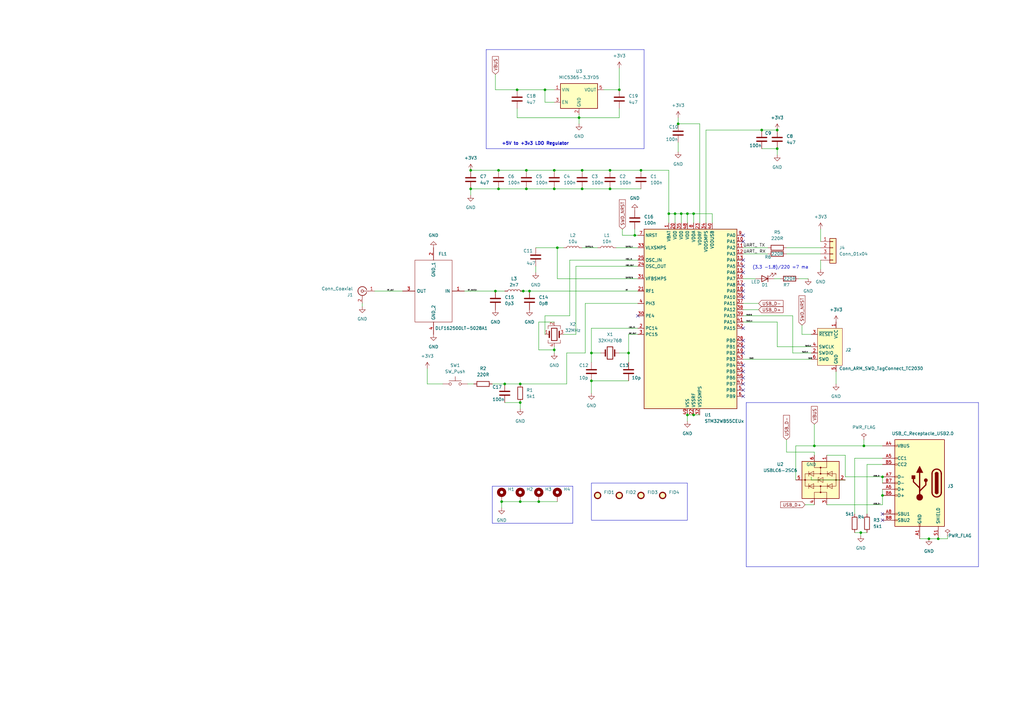
<source format=kicad_sch>
(kicad_sch (version 20230121) (generator eeschema)
  (paper "A3")
  (lib_symbols
    (symbol "Connector:Conn_ARM_SWD_TagConnect_TC2030" (in_bom no)
      (property "Reference" "J" (at 2.54 11.43 0))
      (property "Value" "Conn_ARM_SWD_TagConnect_TC2030" (at 5.08 8.89 0))
      (symbol "Conn_ARM_SWD_TagConnect_TC2030_0_0"
        (pin power_in line (at -2.54 10.16 270) (length 2.54) (name "VCC") (number "1"))
        (pin bidirectional line (at 7.62 -2.54 180) (length 2.54) (name "SWDIO") (number "2"))
        (pin open_collector line (at 7.62 5.08 180) (length 2.54) (name "~{RESET}") (number "3"))
        (pin output line (at 7.62 0 180) (length 2.54) (name "SWCLK") (number "4"))
        (pin power_in line (at -2.54 -10.16 90) (length 2.54) (name "GND") (number "5"))
        (pin input line (at 7.62 -5.08 180) (length 2.54) (name "SWO") (number "6"))
      )
      (symbol "Conn_ARM_SWD_TagConnect_TC2030_0_1"
        (rectangle (start -5.08 7.62) (end 5.08 -7.62) (fill (type background)))
      )
    )
    (symbol "Connector:Conn_Coaxial" (pin_names (offset 1.016) hide)
      (property "Reference" "J" (at 0.254 3.048 0))
      (property "Value" "Conn_Coaxial" (at 2.921 0 90))
      (symbol "Conn_Coaxial_0_1"
        (arc (start -1.778 -0.508) (mid 0.2311 -1.8066) (end 1.778 0) (stroke (width 0.254)))
        (polyline (pts (xy -2.54 0) (xy -0.508 0)))
        (polyline (pts (xy 0 -2.54) (xy 0 -1.778)))
        (circle (center 0 0) (radius 0.508) (stroke (width 0.2032)))
        (arc (start 1.778 0) (mid 0.2099 1.8101) (end -1.778 0.508) (stroke (width 0.254)))
      )
      (symbol "Conn_Coaxial_1_1"
        (pin passive line (at -5.08 0 0) (length 2.54) (name "In") (number "1"))
        (pin passive line (at 0 -5.08 90) (length 2.54) (name "Ext") (number "2"))
      )
    )
    (symbol "Connector:USB_C_Receptacle_USB2.0" (pin_names (offset 1.016))
      (property "Reference" "J" (at -10.16 19.05 0))
      (property "Value" "USB_C_Receptacle_USB2.0" (at 19.05 19.05 0))
      (symbol "USB_C_Receptacle_USB2.0_0_0"
        (rectangle (start -0.254 -17.78) (end 0.254 -16.764))
        (rectangle (start 10.16 -14.986) (end 9.144 -15.494))
        (rectangle (start 10.16 -12.446) (end 9.144 -12.954))
        (rectangle (start 10.16 -4.826) (end 9.144 -5.334))
        (rectangle (start 10.16 -2.286) (end 9.144 -2.794))
        (rectangle (start 10.16 0.254) (end 9.144 -0.254))
        (rectangle (start 10.16 2.794) (end 9.144 2.286))
        (rectangle (start 10.16 7.874) (end 9.144 7.366))
        (rectangle (start 10.16 10.414) (end 9.144 9.906))
        (rectangle (start 10.16 15.494) (end 9.144 14.986))
      )
      (symbol "USB_C_Receptacle_USB2.0_0_1"
        (rectangle (start -10.16 17.78) (end 10.16 -17.78) (stroke (width 0.254)) (fill (type background)))
        (arc (start -8.89 -3.81) (mid -6.985 -5.7067) (end -5.08 -3.81) (stroke (width 0.508)))
        (arc (start -7.62 -3.81) (mid -6.985 -4.4423) (end -6.35 -3.81) (stroke (width 0.254)))
        (arc (start -7.62 -3.81) (mid -6.985 -4.4423) (end -6.35 -3.81) (stroke (width 0.254)) (fill (type outline)))
        (rectangle (start -7.62 -3.81) (end -6.35 3.81) (stroke (width 0.254)) (fill (type outline)))
        (arc (start -6.35 3.81) (mid -6.985 4.4423) (end -7.62 3.81) (stroke (width 0.254)))
        (arc (start -6.35 3.81) (mid -6.985 4.4423) (end -7.62 3.81) (stroke (width 0.254)) (fill (type outline)))
        (arc (start -5.08 3.81) (mid -6.985 5.7067) (end -8.89 3.81) (stroke (width 0.508)))
        (circle (center -2.54 1.143) (radius 0.635) (stroke (width 0.254)) (fill (type outline)))
        (circle (center 0 -5.842) (radius 1.27) (fill (type outline)))
        (polyline (pts (xy -8.89 -3.81) (xy -8.89 3.81)) (stroke (width 0.508)))
        (polyline (pts (xy -5.08 3.81) (xy -5.08 -3.81)) (stroke (width 0.508)))
        (polyline (pts (xy 0 -5.842) (xy 0 4.318)) (stroke (width 0.508)))
        (polyline (pts (xy 0 -3.302) (xy -2.54 -0.762) (xy -2.54 0.508)) (stroke (width 0.508)))
        (polyline (pts (xy 0 -2.032) (xy 2.54 0.508) (xy 2.54 1.778)) (stroke (width 0.508)))
        (polyline (pts (xy -1.27 4.318) (xy 0 6.858) (xy 1.27 4.318) (xy -1.27 4.318)) (stroke (width 0.254)) (fill (type outline)))
        (rectangle (start 1.905 1.778) (end 3.175 3.048) (stroke (width 0.254)) (fill (type outline)))
      )
      (symbol "USB_C_Receptacle_USB2.0_1_1"
        (pin passive line (at 0 -22.86 90) (length 5.08) (name "GND") (number "A1"))
        (pin passive line (at 0 -22.86 90) (length 5.08) hide (name "GND") (number "A12"))
        (pin passive line (at 15.24 15.24 180) (length 5.08) (name "VBUS") (number "A4"))
        (pin bidirectional line (at 15.24 10.16 180) (length 5.08) (name "CC1") (number "A5"))
        (pin bidirectional line (at 15.24 -2.54 180) (length 5.08) (name "D+") (number "A6"))
        (pin bidirectional line (at 15.24 2.54 180) (length 5.08) (name "D-") (number "A7"))
        (pin bidirectional line (at 15.24 -12.7 180) (length 5.08) (name "SBU1") (number "A8"))
        (pin passive line (at 15.24 15.24 180) (length 5.08) hide (name "VBUS") (number "A9"))
        (pin passive line (at 0 -22.86 90) (length 5.08) hide (name "GND") (number "B1"))
        (pin passive line (at 0 -22.86 90) (length 5.08) hide (name "GND") (number "B12"))
        (pin passive line (at 15.24 15.24 180) (length 5.08) hide (name "VBUS") (number "B4"))
        (pin bidirectional line (at 15.24 7.62 180) (length 5.08) (name "CC2") (number "B5"))
        (pin bidirectional line (at 15.24 -5.08 180) (length 5.08) (name "D+") (number "B6"))
        (pin bidirectional line (at 15.24 0 180) (length 5.08) (name "D-") (number "B7"))
        (pin bidirectional line (at 15.24 -15.24 180) (length 5.08) (name "SBU2") (number "B8"))
        (pin passive line (at 15.24 15.24 180) (length 5.08) hide (name "VBUS") (number "B9"))
        (pin passive line (at -7.62 -22.86 90) (length 5.08) (name "SHIELD") (number "S1"))
      )
    )
    (symbol "Connector_Generic:Conn_01x04" (pin_names (offset 1.016) hide)
      (property "Reference" "J" (at 0 5.08 0))
      (property "Value" "Conn_01x04" (at 0 -7.62 0))
      (symbol "Conn_01x04_1_1"
        (rectangle (start -1.27 -4.953) (end 0 -5.207) (stroke (width 0.1524)))
        (rectangle (start -1.27 -2.413) (end 0 -2.667) (stroke (width 0.1524)))
        (rectangle (start -1.27 0.127) (end 0 -0.127) (stroke (width 0.1524)))
        (rectangle (start -1.27 2.667) (end 0 2.413) (stroke (width 0.1524)))
        (rectangle (start -1.27 3.81) (end 1.27 -6.35) (stroke (width 0.254)) (fill (type background)))
        (pin passive line (at -5.08 2.54 0) (length 3.81) (name "Pin_1") (number "1"))
        (pin passive line (at -5.08 0 0) (length 3.81) (name "Pin_2") (number "2"))
        (pin passive line (at -5.08 -2.54 0) (length 3.81) (name "Pin_3") (number "3"))
        (pin passive line (at -5.08 -5.08 0) (length 3.81) (name "Pin_4") (number "4"))
      )
    )
    (symbol "DLF162500LT-5028A1:DLF162500LT-5028A1" (pin_names (offset 0.762))
      (property "Reference" "FL" (at 21.59 17.78 0))
      (property "Value" "DLF162500LT-5028A1" (at 21.59 15.24 0))
      (symbol "DLF162500LT-5028A1_0_0"
        (pin passive line (at 0 0 0) (length 5.08) (name "IN") (number "1"))
        (pin passive line (at 12.7 -17.78 90) (length 5.08) (name "GND_1") (number "2"))
        (pin passive line (at 25.4 0 180) (length 5.08) (name "OUT") (number "3"))
        (pin passive line (at 12.7 17.78 270) (length 5.08) (name "GND_2") (number "4"))
      )
      (symbol "DLF162500LT-5028A1_0_1"
        (polyline (pts (xy 5.08 12.7) (xy 20.32 12.7) (xy 20.32 -12.7) (xy 5.08 -12.7) (xy 5.08 12.7)) (stroke (width 0.1524)))
      )
    )
    (symbol "Device:C" (pin_numbers hide) (pin_names (offset 0.254))
      (property "Reference" "C" (at 0.635 2.54 0))
      (property "Value" "C" (at 0.635 -2.54 0))
      (symbol "C_0_1"
        (polyline (pts (xy -2.032 -0.762) (xy 2.032 -0.762)) (stroke (width 0.508)))
        (polyline (pts (xy -2.032 0.762) (xy 2.032 0.762)) (stroke (width 0.508)))
      )
      (symbol "C_1_1"
        (pin passive line (at 0 3.81 270) (length 2.794) (name "~") (number "1"))
        (pin passive line (at 0 -3.81 90) (length 2.794) (name "~") (number "2"))
      )
    )
    (symbol "Device:Crystal" (pin_numbers hide) (pin_names (offset 1.016) hide)
      (property "Reference" "Y" (at 0 3.81 0))
      (property "Value" "Crystal" (at 0 -3.81 0))
      (symbol "Crystal_0_1"
        (rectangle (start -1.143 2.54) (end 1.143 -2.54) (stroke (width 0.3048)))
        (polyline (pts (xy -2.54 0) (xy -1.905 0)))
        (polyline (pts (xy -1.905 -1.27) (xy -1.905 1.27)) (stroke (width 0.508)))
        (polyline (pts (xy 1.905 -1.27) (xy 1.905 1.27)) (stroke (width 0.508)))
        (polyline (pts (xy 2.54 0) (xy 1.905 0)))
      )
      (symbol "Crystal_1_1"
        (pin passive line (at -3.81 0 0) (length 1.27) (name "1") (number "1"))
        (pin passive line (at 3.81 0 180) (length 1.27) (name "2") (number "2"))
      )
    )
    (symbol "Device:Crystal_GND24" (pin_names (offset 1.016) hide)
      (property "Reference" "Y" (at 3.175 5.08 0))
      (property "Value" "Crystal_GND24" (at 3.175 3.175 0))
      (symbol "Crystal_GND24_0_1"
        (rectangle (start -1.143 2.54) (end 1.143 -2.54) (stroke (width 0.3048)))
        (polyline (pts (xy -2.54 0) (xy -2.032 0)))
        (polyline (pts (xy -2.032 -1.27) (xy -2.032 1.27)) (stroke (width 0.508)))
        (polyline (pts (xy 0 -3.81) (xy 0 -3.556)))
        (polyline (pts (xy 0 3.556) (xy 0 3.81)))
        (polyline (pts (xy 2.032 -1.27) (xy 2.032 1.27)) (stroke (width 0.508)))
        (polyline (pts (xy 2.032 0) (xy 2.54 0)))
        (polyline (pts (xy -2.54 -2.286) (xy -2.54 -3.556) (xy 2.54 -3.556) (xy 2.54 -2.286)))
        (polyline (pts (xy -2.54 2.286) (xy -2.54 3.556) (xy 2.54 3.556) (xy 2.54 2.286)))
      )
      (symbol "Crystal_GND24_1_1"
        (pin passive line (at -3.81 0 0) (length 1.27) (name "1") (number "1"))
        (pin passive line (at 0 5.08 270) (length 1.27) (name "2") (number "2"))
        (pin passive line (at 3.81 0 180) (length 1.27) (name "3") (number "3"))
        (pin passive line (at 0 -5.08 90) (length 1.27) (name "4") (number "4"))
      )
    )
    (symbol "Device:L" (pin_numbers hide) (pin_names (offset 1.016) hide)
      (property "Reference" "L" (at -1.27 0 90))
      (property "Value" "L" (at 1.905 0 90))
      (symbol "L_0_1"
        (arc (start 0 -2.54) (mid 0.6323 -1.905) (end 0 -1.27))
        (arc (start 0 -1.27) (mid 0.6323 -0.635) (end 0 0))
        (arc (start 0 0) (mid 0.6323 0.635) (end 0 1.27))
        (arc (start 0 1.27) (mid 0.6323 1.905) (end 0 2.54))
      )
      (symbol "L_1_1"
        (pin passive line (at 0 3.81 270) (length 1.27) (name "1") (number "1"))
        (pin passive line (at 0 -3.81 90) (length 1.27) (name "2") (number "2"))
      )
    )
    (symbol "Device:LED" (pin_numbers hide) (pin_names (offset 1.016) hide)
      (property "Reference" "D" (at 0 2.54 0))
      (property "Value" "LED" (at 0 -2.54 0))
      (symbol "LED_0_1"
        (polyline (pts (xy -1.27 -1.27) (xy -1.27 1.27)) (stroke (width 0.254)))
        (polyline (pts (xy -1.27 0) (xy 1.27 0)))
        (polyline (pts (xy 1.27 -1.27) (xy 1.27 1.27) (xy -1.27 0) (xy 1.27 -1.27)) (stroke (width 0.254)))
        (polyline (pts (xy -3.048 -0.762) (xy -4.572 -2.286) (xy -3.81 -2.286) (xy -4.572 -2.286) (xy -4.572 -1.524)))
        (polyline (pts (xy -1.778 -0.762) (xy -3.302 -2.286) (xy -2.54 -2.286) (xy -3.302 -2.286) (xy -3.302 -1.524)))
      )
      (symbol "LED_1_1"
        (pin passive line (at -3.81 0 0) (length 2.54) (name "K") (number "1"))
        (pin passive line (at 3.81 0 180) (length 2.54) (name "A") (number "2"))
      )
    )
    (symbol "Device:R" (pin_numbers hide) (pin_names (offset 0))
      (property "Reference" "R" (at 2.032 0 90))
      (property "Value" "R" (at 0 0 90))
      (symbol "R_0_1"
        (rectangle (start -1.016 -2.54) (end 1.016 2.54) (stroke (width 0.254)))
      )
      (symbol "R_1_1"
        (pin passive line (at 0 3.81 270) (length 1.27) (name "~") (number "1"))
        (pin passive line (at 0 -3.81 90) (length 1.27) (name "~") (number "2"))
      )
    )
    (symbol "MCU_ST_STM32WB:STM32WB55CEUx"
      (property "Reference" "U" (at -17.78 39.37 0))
      (property "Value" "STM32WB55CEUx" (at 12.7 39.37 0))
      (symbol "STM32WB55CEUx_0_1"
        (rectangle (start -17.78 -35.56) (end 20.32 38.1) (stroke (width 0.254)) (fill (type background)))
      )
      (symbol "STM32WB55CEUx_1_1"
        (pin power_in line (at -7.62 40.64 270) (length 2.54) (name "VBAT") (number "1"))
        (pin bidirectional line (at 22.86 33.02 180) (length 2.54) (name "PA1") (number "10"))
        (pin bidirectional line (at 22.86 30.48 180) (length 2.54) (name "PA2") (number "11"))
        (pin bidirectional line (at 22.86 27.94 180) (length 2.54) (name "PA3") (number "12"))
        (pin bidirectional line (at 22.86 25.4 180) (length 2.54) (name "PA4") (number "13"))
        (pin bidirectional line (at 22.86 22.86 180) (length 2.54) (name "PA5") (number "14"))
        (pin bidirectional line (at 22.86 20.32 180) (length 2.54) (name "PA6") (number "15"))
        (pin bidirectional line (at 22.86 17.78 180) (length 2.54) (name "PA7") (number "16"))
        (pin bidirectional line (at 22.86 15.24 180) (length 2.54) (name "PA8") (number "17"))
        (pin bidirectional line (at 22.86 12.7 180) (length 2.54) (name "PA9") (number "18"))
        (pin bidirectional line (at 22.86 -12.7 180) (length 2.54) (name "PB2") (number "19"))
        (pin bidirectional line (at -20.32 -2.54 0) (length 2.54) (name "PC14") (number "2"))
        (pin power_in line (at -5.08 40.64 270) (length 2.54) (name "VDD") (number "20"))
        (pin bidirectional line (at -20.32 12.7 0) (length 2.54) (name "RF1") (number "21"))
        (pin power_in line (at 2.54 -38.1 90) (length 2.54) (name "VSSRF") (number "22"))
        (pin power_in line (at 5.08 40.64 270) (length 2.54) (name "VDDRF") (number "23"))
        (pin input line (at -20.32 22.86 0) (length 2.54) (name "OSC_OUT") (number "24"))
        (pin input line (at -20.32 25.4 0) (length 2.54) (name "OSC_IN") (number "25"))
        (pin no_connect line (at -17.78 -35.56 0) (length 2.54) hide (name "AT0") (number "26"))
        (pin no_connect line (at -17.78 -33.02 0) (length 2.54) hide (name "AT1") (number "27"))
        (pin bidirectional line (at 22.86 -7.62 180) (length 2.54) (name "PB0") (number "28"))
        (pin bidirectional line (at 22.86 -10.16 180) (length 2.54) (name "PB1") (number "29"))
        (pin bidirectional line (at -20.32 -5.08 0) (length 2.54) (name "PC15") (number "3"))
        (pin bidirectional line (at -20.32 2.54 0) (length 2.54) (name "PE4") (number "30"))
        (pin input line (at -20.32 17.78 0) (length 2.54) (name "VFBSMPS") (number "31"))
        (pin power_in line (at 5.08 -38.1 90) (length 2.54) (name "VSSSMPS") (number "32"))
        (pin power_in line (at -20.32 30.48 0) (length 2.54) (name "VLXSMPS") (number "33"))
        (pin power_in line (at 7.62 40.64 270) (length 2.54) (name "VDDSMPS") (number "34"))
        (pin power_in line (at -2.54 40.64 270) (length 2.54) (name "VDD") (number "35"))
        (pin bidirectional line (at 22.86 10.16 180) (length 2.54) (name "PA10") (number "36"))
        (pin bidirectional line (at 22.86 7.62 180) (length 2.54) (name "PA11") (number "37"))
        (pin bidirectional line (at 22.86 5.08 180) (length 2.54) (name "PA12") (number "38"))
        (pin bidirectional line (at 22.86 2.54 180) (length 2.54) (name "PA13") (number "39"))
        (pin bidirectional line (at -20.32 7.62 0) (length 2.54) (name "PH3") (number "4"))
        (pin power_in line (at 10.16 40.64 270) (length 2.54) (name "VDDUSB") (number "40"))
        (pin bidirectional line (at 22.86 0 180) (length 2.54) (name "PA14") (number "41"))
        (pin bidirectional line (at 22.86 -2.54 180) (length 2.54) (name "PA15") (number "42"))
        (pin bidirectional line (at 22.86 -15.24 180) (length 2.54) (name "PB3") (number "43"))
        (pin bidirectional line (at 22.86 -17.78 180) (length 2.54) (name "PB4") (number "44"))
        (pin bidirectional line (at 22.86 -20.32 180) (length 2.54) (name "PB5") (number "45"))
        (pin bidirectional line (at 22.86 -22.86 180) (length 2.54) (name "PB6") (number "46"))
        (pin bidirectional line (at 22.86 -25.4 180) (length 2.54) (name "PB7") (number "47"))
        (pin power_in line (at 0 40.64 270) (length 2.54) (name "VDD") (number "48"))
        (pin power_in line (at 0 -38.1 90) (length 2.54) (name "VSS") (number "49"))
        (pin bidirectional line (at 22.86 -27.94 180) (length 2.54) (name "PB8") (number "5"))
        (pin bidirectional line (at 22.86 -30.48 180) (length 2.54) (name "PB9") (number "6"))
        (pin input line (at -20.32 35.56 0) (length 2.54) (name "NRST") (number "7"))
        (pin power_in line (at 2.54 40.64 270) (length 2.54) (name "VDDA") (number "8"))
        (pin bidirectional line (at 22.86 35.56 180) (length 2.54) (name "PA0") (number "9"))
      )
    )
    (symbol "Mechanical:Fiducial"
      (property "Reference" "FID" (at 0 5.08 0))
      (property "Value" "Fiducial" (at 0 3.175 0))
      (symbol "Fiducial_0_1"
        (circle (center 0 0) (radius 1.27) (stroke (width 0.508)) (fill (type background)))
      )
    )
    (symbol "Mechanical:MountingHole_Pad" (pin_numbers hide) (pin_names (offset 1.016) hide)
      (property "Reference" "H" (at 0 6.35 0))
      (property "Value" "MountingHole_Pad" (at 0 4.445 0))
      (symbol "MountingHole_Pad_0_1"
        (circle (center 0 1.27) (radius 1.27) (stroke (width 1.27)))
      )
      (symbol "MountingHole_Pad_1_1"
        (pin input line (at 0 -2.54 90) (length 2.54) (name "1") (number "1"))
      )
    )
    (symbol "Power_Protection:USBLC6-2SC6" (pin_names hide)
      (property "Reference" "U" (at 2.54 8.89 0))
      (property "Value" "USBLC6-2SC6" (at 2.54 -8.89 0))
      (symbol "USBLC6-2SC6_0_1"
        (rectangle (start -7.62 -7.62) (end 7.62 7.62) (stroke (width 0.254)) (fill (type background)))
        (circle (center -5.08 0) (radius 0.254) (fill (type outline)))
        (circle (center -2.54 0) (radius 0.254) (fill (type outline)))
        (rectangle (start -2.54 6.35) (end 2.54 -6.35))
        (circle (center 0 -6.35) (radius 0.254) (fill (type outline)))
        (polyline (pts (xy -5.08 -2.54) (xy -7.62 -2.54)))
        (polyline (pts (xy -5.08 0) (xy -5.08 -2.54)))
        (polyline (pts (xy -5.08 2.54) (xy -7.62 2.54)))
        (polyline (pts (xy -1.524 -2.794) (xy -3.556 -2.794)))
        (polyline (pts (xy -1.524 4.826) (xy -3.556 4.826)))
        (polyline (pts (xy 0 -7.62) (xy 0 -6.35)))
        (polyline (pts (xy 0 -6.35) (xy 0 1.27)))
        (polyline (pts (xy 0 1.27) (xy 0 6.35)))
        (polyline (pts (xy 0 6.35) (xy 0 7.62)))
        (polyline (pts (xy 1.524 -2.794) (xy 3.556 -2.794)))
        (polyline (pts (xy 1.524 4.826) (xy 3.556 4.826)))
        (polyline (pts (xy 5.08 -2.54) (xy 7.62 -2.54)))
        (polyline (pts (xy 5.08 0) (xy 5.08 -2.54)))
        (polyline (pts (xy 5.08 2.54) (xy 7.62 2.54)))
        (polyline (pts (xy -2.54 0) (xy -5.08 0) (xy -5.08 2.54)))
        (polyline (pts (xy 2.54 0) (xy 5.08 0) (xy 5.08 2.54)))
        (polyline (pts (xy -3.556 -4.826) (xy -1.524 -4.826) (xy -2.54 -2.794) (xy -3.556 -4.826)))
        (polyline (pts (xy -3.556 2.794) (xy -1.524 2.794) (xy -2.54 4.826) (xy -3.556 2.794)))
        (polyline (pts (xy -1.016 -1.016) (xy 1.016 -1.016) (xy 0 1.016) (xy -1.016 -1.016)))
        (polyline (pts (xy 1.016 1.016) (xy 0.762 1.016) (xy -1.016 1.016) (xy -1.016 0.508)))
        (polyline (pts (xy 3.556 -4.826) (xy 1.524 -4.826) (xy 2.54 -2.794) (xy 3.556 -4.826)))
        (polyline (pts (xy 3.556 2.794) (xy 1.524 2.794) (xy 2.54 4.826) (xy 3.556 2.794)))
        (circle (center 0 6.35) (radius 0.254) (fill (type outline)))
        (circle (center 2.54 0) (radius 0.254) (fill (type outline)))
        (circle (center 5.08 0) (radius 0.254) (fill (type outline)))
      )
      (symbol "USBLC6-2SC6_1_1"
        (pin passive line (at -10.16 -2.54 0) (length 2.54) (name "I/O1") (number "1"))
        (pin passive line (at 0 -10.16 90) (length 2.54) (name "GND") (number "2"))
        (pin passive line (at 10.16 -2.54 180) (length 2.54) (name "I/O2") (number "3"))
        (pin passive line (at 10.16 2.54 180) (length 2.54) (name "I/O2") (number "4"))
        (pin passive line (at 0 10.16 270) (length 2.54) (name "VBUS") (number "5"))
        (pin passive line (at -10.16 2.54 0) (length 2.54) (name "I/O1") (number "6"))
      )
    )
    (symbol "Regulator_Linear:MIC5365-3.3YD5"
      (property "Reference" "U" (at -7.62 6.35 0))
      (property "Value" "MIC5365-3.3YD5" (at 0 6.35 0))
      (symbol "MIC5365-3.3YD5_0_1"
        (rectangle (start -7.62 -5.08) (end 7.62 5.08) (stroke (width 0.254)) (fill (type background)))
      )
      (symbol "MIC5365-3.3YD5_1_1"
        (pin power_in line (at -10.16 2.54 0) (length 2.54) (name "VIN") (number "1"))
        (pin power_in line (at 0 -7.62 90) (length 2.54) (name "GND") (number "2"))
        (pin input line (at -10.16 -2.54 0) (length 2.54) (name "EN") (number "3"))
        (pin no_connect line (at 7.62 -2.54 180) (length 2.54) hide (name "NC") (number "4"))
        (pin power_out line (at 10.16 2.54 180) (length 2.54) (name "VOUT") (number "5"))
      )
    )
    (symbol "Switch:SW_Push" (pin_numbers hide) (pin_names (offset 1.016) hide)
      (property "Reference" "SW" (at 1.27 2.54 0))
      (property "Value" "SW_Push" (at 0 -1.524 0))
      (symbol "SW_Push_0_1"
        (circle (center -2.032 0) (radius 0.508))
        (polyline (pts (xy 0 1.27) (xy 0 3.048)))
        (polyline (pts (xy 2.54 1.27) (xy -2.54 1.27)))
        (circle (center 2.032 0) (radius 0.508))
        (pin passive line (at -5.08 0 0) (length 2.54) (name "1") (number "1"))
        (pin passive line (at 5.08 0 180) (length 2.54) (name "2") (number "2"))
      )
    )
    (symbol "power:+3V3" (power) (pin_names (offset 0))
      (property "Value" "+3V3" (at 0 3.556 0))
      (symbol "+3V3_0_1"
        (polyline (pts (xy -0.762 1.27) (xy 0 2.54)))
        (polyline (pts (xy 0 0) (xy 0 2.54)))
        (polyline (pts (xy 0 2.54) (xy 0.762 1.27)))
      )
      (symbol "+3V3_1_1"
        (pin power_in line (at 0 0 90) (length 0) hide (name "+3V3") (number "1"))
      )
    )
    (symbol "power:GND" (power) (pin_names (offset 0))
      (property "Value" "GND" (at 0 -3.81 0))
      (symbol "GND_0_1"
        (polyline (pts (xy 0 0) (xy 0 -1.27) (xy 1.27 -1.27) (xy 0 -2.54) (xy -1.27 -1.27) (xy 0 -1.27)))
      )
      (symbol "GND_1_1"
        (pin power_in line (at 0 0 270) (length 0) hide (name "GND") (number "1"))
      )
    )
    (symbol "power:PWR_FLAG" (power) (pin_numbers hide) (pin_names (offset 0) hide)
      (property "Value" "PWR_FLAG" (at 0 3.81 0))
      (symbol "PWR_FLAG_0_0"
        (pin power_out line (at 0 0 90) (length 0) (name "pwr") (number "1"))
      )
      (symbol "PWR_FLAG_0_1"
        (polyline (pts (xy 0 0) (xy 0 1.27) (xy -1.016 1.905) (xy 0 2.54) (xy 1.016 1.905) (xy 0 1.27)))
      )
    )
  )
  (junction (at 281.94 87.63))
  (junction (at 334.01 182.88))
  (junction (at 284.48 170.18))
  (junction (at 354.33 182.88))
  (junction (at 260.35 96.52))
  (junction (at 242.57 144.78))
  (junction (at 227.33 77.47))
  (junction (at 193.04 69.85))
  (junction (at 361.95 203.2))
  (junction (at 242.57 156.21))
  (junction (at 203.2 119.38))
  (junction (at 237.49 48.26))
  (junction (at 281.94 170.18))
  (junction (at 312.42 53.34))
  (junction (at 227.33 69.85))
  (junction (at 257.81 144.78))
  (junction (at 205.74 205.74))
  (junction (at 250.19 77.47))
  (junction (at 284.48 87.63))
  (junction (at 217.17 119.38))
  (junction (at 215.9 69.85))
  (junction (at 318.77 60.96))
  (junction (at 207.01 157.48))
  (junction (at 238.76 77.47))
  (junction (at 279.4 87.63))
  (junction (at 262.89 69.85))
  (junction (at 381 220.98))
  (junction (at 193.04 77.47))
  (junction (at 215.9 77.47))
  (junction (at 223.52 36.83))
  (junction (at 384.81 220.98))
  (junction (at 212.09 36.83))
  (junction (at 213.36 205.74))
  (junction (at 353.06 218.44))
  (junction (at 238.76 69.85))
  (junction (at 361.95 195.58))
  (junction (at 278.13 50.8))
  (junction (at 274.32 87.63))
  (junction (at 213.36 165.1))
  (junction (at 250.19 69.85))
  (junction (at 227.33 143.51))
  (junction (at 228.6 101.6))
  (junction (at 214.63 119.38))
  (junction (at 204.47 69.85))
  (junction (at 213.36 157.48))
  (junction (at 204.47 77.47))
  (junction (at 318.77 53.34))
  (junction (at 276.86 87.63))
  (junction (at 220.98 205.74))
  (junction (at 254 36.83))
  (no_connect (at 304.8 160.02))
  (no_connect (at 304.8 162.56))
  (no_connect (at 304.8 119.38))
  (no_connect (at 304.8 152.4))
  (no_connect (at 304.8 144.78))
  (no_connect (at 304.8 154.94))
  (no_connect (at 304.8 96.52))
  (no_connect (at 304.8 116.84))
  (no_connect (at 304.8 99.06))
  (no_connect (at 304.8 121.92))
  (no_connect (at 304.8 142.24))
  (no_connect (at 361.95 213.36))
  (no_connect (at 304.8 111.76))
  (no_connect (at 304.8 149.86))
  (no_connect (at 304.8 134.62))
  (no_connect (at 261.62 129.54))
  (no_connect (at 361.95 210.82))
  (no_connect (at 304.8 109.22))
  (no_connect (at 304.8 106.68))
  (no_connect (at 304.8 139.7))
  (no_connect (at 304.8 157.48))
  (wire (pts (xy 289.56 91.44) (xy 289.56 53.34)))
  (wire (pts (xy 254 44.45) (xy 254 48.26)))
  (wire (pts (xy 212.09 44.45) (xy 212.09 48.26)))
  (wire (pts (xy 205.74 205.74) (xy 205.74 208.28)))
  (wire (pts (xy 353.06 218.44) (xy 350.52 218.44)))
  (wire (pts (xy 175.26 157.48) (xy 181.61 157.48)))
  (wire (pts (xy 153.67 119.38) (xy 165.1 119.38)))
  (wire (pts (xy 261.62 124.46) (xy 240.03 124.46)))
  (wire (pts (xy 381 220.98) (xy 377.19 220.98)))
  (wire (pts (xy 213.36 119.38) (xy 214.63 119.38)))
  (wire (pts (xy 281.94 170.18) (xy 281.94 172.72)))
  (wire (pts (xy 361.95 207.01) (xy 361.95 203.2)))
  (wire (pts (xy 330.2 207.01) (xy 334.01 207.01)))
  (wire (pts (xy 232.41 144.78) (xy 232.41 157.48)))
  (wire (pts (xy 205.74 205.74) (xy 213.36 205.74)))
  (wire (pts (xy 278.13 48.26) (xy 278.13 50.8)))
  (wire (pts (xy 203.2 119.38) (xy 207.01 119.38)))
  (wire (pts (xy 278.13 50.8) (xy 287.02 50.8)))
  (wire (pts (xy 278.13 62.23) (xy 278.13 58.42)))
  (polyline (pts (xy 199.39 20.32) (xy 199.39 60.96)))
  (wire (pts (xy 318.77 60.96) (xy 318.77 63.5)))
  (wire (pts (xy 281.94 87.63) (xy 284.48 87.63)))
  (wire (pts (xy 304.8 127) (xy 311.15 127)))
  (wire (pts (xy 207.01 165.1) (xy 213.36 165.1)))
  (polyline (pts (xy 264.16 20.32) (xy 264.16 60.96)))
  (wire (pts (xy 227.33 132.08) (xy 220.98 132.08)))
  (wire (pts (xy 346.71 195.58) (xy 361.95 195.58)))
  (wire (pts (xy 334.01 173.99) (xy 334.01 182.88)))
  (wire (pts (xy 215.9 69.85) (xy 227.33 69.85)))
  (wire (pts (xy 334.01 185.42) (xy 334.01 186.69)))
  (wire (pts (xy 287.02 50.8) (xy 287.02 91.44)))
  (wire (pts (xy 261.62 96.52) (xy 260.35 96.52)))
  (wire (pts (xy 212.09 48.26) (xy 237.49 48.26)))
  (wire (pts (xy 257.81 144.78) (xy 254 144.78)))
  (wire (pts (xy 260.35 93.98) (xy 260.35 96.52)))
  (wire (pts (xy 223.52 36.83) (xy 227.33 36.83)))
  (wire (pts (xy 219.71 111.76) (xy 219.71 109.22)))
  (wire (pts (xy 328.93 137.16) (xy 328.93 133.35)))
  (wire (pts (xy 227.33 77.47) (xy 238.76 77.47)))
  (wire (pts (xy 353.06 218.44) (xy 355.6 218.44)))
  (wire (pts (xy 334.01 182.88) (xy 326.39 182.88)))
  (wire (pts (xy 242.57 144.78) (xy 246.38 144.78)))
  (wire (pts (xy 252.73 101.6) (xy 261.62 101.6)))
  (wire (pts (xy 274.32 91.44) (xy 274.32 87.63)))
  (polyline (pts (xy 306.07 165.1) (xy 306.07 232.41)))
  (wire (pts (xy 238.76 101.6) (xy 245.11 101.6)))
  (wire (pts (xy 238.76 69.85) (xy 250.19 69.85)))
  (wire (pts (xy 261.62 134.62) (xy 242.57 134.62)))
  (wire (pts (xy 204.47 69.85) (xy 215.9 69.85)))
  (wire (pts (xy 240.03 124.46) (xy 240.03 144.78)))
  (wire (pts (xy 304.8 104.14) (xy 314.96 104.14)))
  (wire (pts (xy 312.42 60.96) (xy 318.77 60.96)))
  (wire (pts (xy 284.48 170.18) (xy 287.02 170.18)))
  (wire (pts (xy 281.94 170.18) (xy 284.48 170.18)))
  (wire (pts (xy 227.33 142.24) (xy 227.33 143.51)))
  (wire (pts (xy 220.98 205.74) (xy 228.6 205.74)))
  (wire (pts (xy 332.74 142.24) (xy 318.77 142.24)))
  (wire (pts (xy 193.04 69.85) (xy 204.47 69.85)))
  (wire (pts (xy 284.48 87.63) (xy 284.48 91.44)))
  (wire (pts (xy 304.8 129.54) (xy 325.12 129.54)))
  (wire (pts (xy 318.77 142.24) (xy 318.77 132.08)))
  (wire (pts (xy 215.9 77.47) (xy 227.33 77.47)))
  (wire (pts (xy 257.81 144.78) (xy 257.81 148.59)))
  (wire (pts (xy 276.86 87.63) (xy 279.4 87.63)))
  (wire (pts (xy 250.19 69.85) (xy 262.89 69.85)))
  (wire (pts (xy 361.95 190.5) (xy 355.6 190.5)))
  (wire (pts (xy 223.52 41.91) (xy 223.52 36.83)))
  (wire (pts (xy 242.57 156.21) (xy 257.81 156.21)))
  (wire (pts (xy 304.8 101.6) (xy 314.96 101.6)))
  (wire (pts (xy 322.58 104.14) (xy 336.55 104.14)))
  (wire (pts (xy 254 48.26) (xy 237.49 48.26)))
  (wire (pts (xy 381 220.98) (xy 384.81 220.98)))
  (wire (pts (xy 193.04 77.47) (xy 193.04 80.01)))
  (wire (pts (xy 332.74 144.78) (xy 325.12 144.78)))
  (wire (pts (xy 242.57 134.62) (xy 242.57 144.78)))
  (wire (pts (xy 354.33 182.88) (xy 361.95 182.88)))
  (wire (pts (xy 346.71 196.85) (xy 332.74 196.85)))
  (wire (pts (xy 339.09 207.01) (xy 361.95 207.01)))
  (wire (pts (xy 281.94 87.63) (xy 281.94 91.44)))
  (wire (pts (xy 175.26 151.13) (xy 175.26 157.48)))
  (wire (pts (xy 213.36 205.74) (xy 220.98 205.74)))
  (wire (pts (xy 289.56 53.34) (xy 312.42 53.34)))
  (wire (pts (xy 350.52 187.96) (xy 350.52 210.82)))
  (wire (pts (xy 231.14 137.16) (xy 236.22 137.16)))
  (polyline (pts (xy 401.32 165.1) (xy 401.32 232.41)))
  (wire (pts (xy 325.12 144.78) (xy 325.12 129.54)))
  (wire (pts (xy 237.49 46.99) (xy 237.49 48.26)))
  (wire (pts (xy 274.32 87.63) (xy 276.86 87.63)))
  (wire (pts (xy 322.58 101.6) (xy 336.55 101.6)))
  (wire (pts (xy 207.01 157.48) (xy 213.36 157.48)))
  (wire (pts (xy 317.5 114.3) (xy 320.04 114.3)))
  (wire (pts (xy 326.39 196.85) (xy 326.39 182.88)))
  (wire (pts (xy 304.8 124.46) (xy 311.15 124.46)))
  (wire (pts (xy 260.35 96.52) (xy 255.27 96.52)))
  (wire (pts (xy 217.17 119.38) (xy 261.62 119.38)))
  (wire (pts (xy 238.76 77.47) (xy 250.19 77.47)))
  (wire (pts (xy 227.33 41.91) (xy 223.52 41.91)))
  (wire (pts (xy 240.03 144.78) (xy 232.41 144.78)))
  (wire (pts (xy 213.36 165.1) (xy 213.36 167.64)))
  (wire (pts (xy 304.8 114.3) (xy 309.88 114.3)))
  (wire (pts (xy 339.09 186.69) (xy 346.71 186.69)))
  (wire (pts (xy 304.8 147.32) (xy 332.74 147.32)))
  (wire (pts (xy 361.95 195.58) (xy 361.95 198.12)))
  (wire (pts (xy 190.5 119.38) (xy 203.2 119.38)))
  (wire (pts (xy 223.52 129.54) (xy 223.52 137.16)))
  (wire (pts (xy 336.55 93.98) (xy 336.55 99.06)))
  (wire (pts (xy 261.62 106.68) (xy 233.68 106.68)))
  (wire (pts (xy 220.98 132.08) (xy 220.98 143.51)))
  (wire (pts (xy 201.93 157.48) (xy 207.01 157.48)))
  (wire (pts (xy 334.01 182.88) (xy 354.33 182.88)))
  (wire (pts (xy 292.1 87.63) (xy 292.1 91.44)))
  (wire (pts (xy 276.86 87.63) (xy 276.86 91.44)))
  (wire (pts (xy 346.71 186.69) (xy 346.71 195.58)))
  (wire (pts (xy 228.6 101.6) (xy 228.6 114.3)))
  (wire (pts (xy 284.48 87.63) (xy 292.1 87.63)))
  (wire (pts (xy 232.41 157.48) (xy 213.36 157.48)))
  (wire (pts (xy 388.62 220.98) (xy 384.81 220.98)))
  (wire (pts (xy 212.09 36.83) (xy 223.52 36.83)))
  (wire (pts (xy 242.57 144.78) (xy 242.57 148.59)))
  (polyline (pts (xy 306.07 165.1) (xy 401.32 165.1)))
  (wire (pts (xy 233.68 129.54) (xy 223.52 129.54)))
  (wire (pts (xy 227.33 143.51) (xy 227.33 144.78)))
  (wire (pts (xy 242.57 161.29) (xy 242.57 156.21)))
  (wire (pts (xy 361.95 200.66) (xy 361.95 203.2)))
  (wire (pts (xy 279.4 87.63) (xy 281.94 87.63)))
  (wire (pts (xy 342.9 152.4) (xy 342.9 157.48)))
  (wire (pts (xy 148.59 124.46) (xy 148.59 125.73)))
  (wire (pts (xy 332.74 196.85) (xy 332.74 195.58)))
  (wire (pts (xy 322.58 180.34) (xy 322.58 185.42)))
  (polyline (pts (xy 401.32 232.41) (xy 306.07 232.41)))
  (wire (pts (xy 279.4 87.63) (xy 279.4 91.44)))
  (wire (pts (xy 237.49 48.26) (xy 237.49 50.8)))
  (wire (pts (xy 204.47 77.47) (xy 215.9 77.47)))
  (wire (pts (xy 233.68 106.68) (xy 233.68 129.54)))
  (wire (pts (xy 257.81 137.16) (xy 257.81 144.78)))
  (wire (pts (xy 191.77 157.48) (xy 194.31 157.48)))
  (wire (pts (xy 228.6 114.3) (xy 261.62 114.3)))
  (wire (pts (xy 261.62 137.16) (xy 257.81 137.16)))
  (wire (pts (xy 322.58 185.42) (xy 334.01 185.42)))
  (wire (pts (xy 250.19 77.47) (xy 262.89 77.47)))
  (wire (pts (xy 327.66 114.3) (xy 331.47 114.3)))
  (wire (pts (xy 361.95 187.96) (xy 350.52 187.96)))
  (wire (pts (xy 336.55 106.68) (xy 336.55 110.49)))
  (wire (pts (xy 354.33 180.34) (xy 354.33 182.88)))
  (wire (pts (xy 312.42 53.34) (xy 318.77 53.34)))
  (wire (pts (xy 193.04 77.47) (xy 204.47 77.47)))
  (wire (pts (xy 254 27.94) (xy 254 36.83)))
  (wire (pts (xy 236.22 109.22) (xy 261.62 109.22)))
  (wire (pts (xy 262.89 69.85) (xy 274.32 69.85)))
  (wire (pts (xy 220.98 143.51) (xy 227.33 143.51)))
  (wire (pts (xy 214.63 119.38) (xy 217.17 119.38)))
  (wire (pts (xy 227.33 69.85) (xy 238.76 69.85)))
  (wire (pts (xy 304.8 132.08) (xy 318.77 132.08)))
  (wire (pts (xy 355.6 190.5) (xy 355.6 210.82)))
  (wire (pts (xy 228.6 101.6) (xy 231.14 101.6)))
  (polyline (pts (xy 199.39 20.32) (xy 264.16 20.32)))
  (wire (pts (xy 247.65 36.83) (xy 254 36.83)))
  (wire (pts (xy 353.06 218.44) (xy 353.06 219.71)))
  (polyline (pts (xy 264.16 60.96) (xy 199.39 60.96)))
  (wire (pts (xy 332.74 137.16) (xy 328.93 137.16)))
  (wire (pts (xy 236.22 137.16) (xy 236.22 109.22)))
  (wire (pts (xy 219.71 101.6) (xy 228.6 101.6)))
  (wire (pts (xy 274.32 69.85) (xy 274.32 87.63)))
  (wire (pts (xy 203.2 36.83) (xy 212.09 36.83)))
  (wire (pts (xy 388.62 219.71) (xy 388.62 220.98)))
  (wire (pts (xy 255.27 93.98) (xy 255.27 96.52)))
  (wire (pts (xy 203.2 30.48) (xy 203.2 36.83)))
  (rectangle (start 242.57 198.12) (end 281.94 213.36))
  (rectangle (start 201.93 199.39) (end 234.95 214.63))
  (text "+5V to +3v3 LDO Regulator" (at 205.74 59.69 0) (effects (font (size 1.27 1.27) (thickness 0.254) bold) (justify left bottom)))
  (text "(3.3 -1.8)/220 =7 ma" (at 308.61 110.49 0) (effects (font (size 1.27 1.27)) (justify left bottom)))
  (label "SWCLK" (at 328.93 144.78 0) (effects (font (size 0.5 0.5))))
  (label "SMPSFB" (at 256.54 114.3 0) (effects (font (size 0.5 0.5))))
  (label "SWCLK" (at 306.07 132.08 0) (effects (font (size 0.5 0.5))))
  (label "RF" (at 256.54 119.38 0) (effects (font (size 0.5 0.5))))
  (label "SWO" (at 307.34 147.32 0) (effects (font (size 0.5 0.5))))
  (label "HSC_OUT" (at 256.54 109.22 0) (effects (font (size 0.5 0.5))))
  (label "HSC_IN" (at 256.54 106.68 0) (effects (font (size 0.5 0.5))))
  (label "SWDIO" (at 306.07 129.54 0) (effects (font (size 0.5 0.5))))
  (label "RF_MATCH" (at 191.77 119.38 0) (effects (font (size 0.5 0.5))))
  (label "SWO" (at 331.47 147.32 0) (effects (font (size 0.5 0.5))))
  (label "SMPSLX" (at 256.54 101.6 0) (effects (font (size 0.5 0.5))))
  (label "SMPSLXL" (at 240.03 101.6 0) (effects (font (size 0.5 0.5))))
  (label "LSC_IN" (at 257.81 134.62 0) (effects (font (size 0.5 0.5))))
  (label "SWCLK" (at 330.2 142.24 0) (effects (font (size 0.5 0.5))))
  (label "RF_ANT" (at 158.75 119.38 0) (effects (font (size 0.5 0.5))))
  (label "UART_ TX" (at 304.8 101.6 0))
  (label "USB_D-" (at 358.14 195.58 0) (effects (font (size 0.5 0.5))))
  (label "USB_D+" (at 358.14 207.01 0) (effects (font (size 0.5 0.5))))
  (label "lSC_OUT" (at 257.81 137.16 0) (effects (font (size 0.5 0.5))))
  (label "UART_ RX" (at 304.8 104.14 0))
  (global_label "USB_D+" (shape input) (at 330.2 207.01 180) (property "Intersheetrefs" "${INTERSHEET_REFS}" (effects hide)))
  (global_label "USB_D+" (shape input) (at 311.15 127 0) (property "Intersheetrefs" "${INTERSHEET_REFS}" (effects hide)))
  (global_label "SWD_NRST" (shape input) (at 328.93 133.35 90) (property "Intersheetrefs" "${INTERSHEET_REFS}" (effects hide)))
  (global_label "VBUS" (shape input) (at 203.2 30.48 90) (property "Intersheetrefs" "${INTERSHEET_REFS}" (effects hide)))
  (global_label "VBUS" (shape input) (at 334.01 173.99 90) (property "Intersheetrefs" "${INTERSHEET_REFS}" (effects hide)))
  (global_label "SWD_NRST" (shape input) (at 255.27 93.98 90) (property "Intersheetrefs" "${INTERSHEET_REFS}" (effects hide)))
  (global_label "USB_D-" (shape input) (at 311.15 124.46 0) (property "Intersheetrefs" "${INTERSHEET_REFS}" (effects hide)))
  (global_label "USB_D-" (shape input) (at 322.58 180.34 90) (property "Intersheetrefs" "${INTERSHEET_REFS}" (effects hide)))
  (symbol (lib_id "power:+3V3") (at 336.55 93.98 0) (unit 1)
    (property "Reference" "#PWR027" (effects hide))
    (property "Value" "+3V3" (at 336.55 88.9 0))
  )
  (symbol (lib_id "Device:R") (at 323.85 114.3 270) (unit 1)
    (property "Reference" "R7" (at 322.58 116.84 90))
    (property "Value" "220R" (at 323.85 114.3 90))
    (property "Footprint" "Resistor_SMD:R_0402_1005Metric" (effects hide))
  )
  (symbol (lib_id "power:PWR_FLAG") (at 388.62 219.71 0) (unit 1)
    (property "Reference" "#FLG02" (effects hide))
    (property "Value" "PWR_FLAG" (at 393.7 219.71 0))
  )
  (symbol (lib_id "power:GND") (at 278.13 62.23 0) (unit 1)
    (property "Reference" "#PWR07" (effects hide))
    (property "Value" "GND" (at 278.13 67.31 0))
  )
  (symbol (lib_id "Device:C") (at 250.19 73.66 0) (unit 1)
    (property "Reference" "C2" (at 254 72.39 0) (effects (justify left)))
    (property "Value" "100n" (at 254 74.93 0) (effects (justify left)))
    (property "Footprint" "Capacitor_SMD:C_0402_1005Metric" (effects hide))
  )
  (symbol (lib_id "power:GND") (at 219.71 111.76 0) (unit 1)
    (property "Reference" "#PWR08" (effects hide))
    (property "Value" "GND" (at 219.71 116.84 0))
  )
  (symbol (lib_id "Device:C") (at 227.33 73.66 0) (unit 1)
    (property "Reference" "C4" (at 231.14 72.39 0) (effects (justify left)))
    (property "Value" "100n" (at 231.14 74.93 0) (effects (justify left)))
    (property "Footprint" "Capacitor_SMD:C_0402_1005Metric" (effects hide))
  )
  (symbol (lib_id "power:PWR_FLAG") (at 354.33 180.34 0) (unit 1)
    (property "Reference" "#FLG01" (effects hide))
    (property "Value" "PWR_FLAG" (at 354.33 175.26 0))
  )
  (symbol (lib_id "power:GND") (at 227.33 144.78 0) (unit 1)
    (property "Reference" "#PWR010" (effects hide))
    (property "Value" "GND" (at 227.33 149.86 0))
  )
  (symbol (lib_id "power:GND") (at 217.17 127 0) (unit 1)
    (property "Reference" "#PWR011" (effects hide))
    (property "Value" "GND" (at 217.17 132.08 0))
  )
  (symbol (lib_id "power:+3V3") (at 278.13 48.26 0) (unit 1)
    (property "Reference" "#PWR06" (effects hide))
    (property "Value" "+3V3" (at 278.13 43.18 0))
  )
  (symbol (lib_id "Device:R") (at 350.52 214.63 0) (unit 1)
    (property "Reference" "R4" (at 351.79 212.09 0) (effects (justify left)))
    (property "Value" "5k1" (at 346.71 210.82 0) (effects (justify left)))
    (property "Footprint" "Resistor_SMD:R_0402_1005Metric" (effects hide))
  )
  (symbol (lib_id "Mechanical:MountingHole_Pad") (at 220.98 203.2 0) (unit 1) (in_bom no)
    (property "Reference" "H3" (at 223.52 200.66 0) (effects (justify left)))
    (property "Value" "MountingHole_Pad" (effects hide))
    (property "Footprint" "MountingHole:MountingHole_2.2mm_M2" (effects hide))
  )
  (symbol (lib_id "Mechanical:MountingHole_Pad") (at 213.36 203.2 0) (unit 1) (in_bom no)
    (property "Reference" "H2" (at 215.9 200.66 0) (effects (justify left)))
    (property "Value" "MountingHole_Pad" (effects hide))
    (property "Footprint" "MountingHole:MountingHole_2.2mm_M2" (effects hide))
  )
  (symbol (lib_id "power:GND") (at 342.9 157.48 0) (unit 1)
    (property "Reference" "#PWR017" (effects hide))
    (property "Value" "GND" (at 342.9 162.56 0))
  )
  (symbol (lib_id "power:GND") (at 260.35 86.36 180) (unit 1)
    (property "Reference" "#PWR020" (effects hide))
    (property "Value" "GND" (at 260.35 81.28 0))
  )
  (symbol (lib_id "power:GND") (at 148.59 125.73 0) (unit 1)
    (property "Reference" "#PWR015" (effects hide))
    (property "Value" "GND" (at 148.59 130.81 0))
  )
  (symbol (lib_id "Device:C") (at 257.81 152.4 0) (unit 1)
    (property "Reference" "C13" (at 254 149.86 0) (effects (justify left)))
    (property "Value" "10p" (at 259.08 154.94 0) (effects (justify left)))
    (property "Footprint" "Capacitor_SMD:C_0402_1005Metric" (effects hide))
  )
  (symbol (lib_id "Device:C") (at 312.42 57.15 0) (unit 1)
    (property "Reference" "C9" (at 313.69 54.61 0) (effects (justify left)))
    (property "Value" "100n" (at 307.34 59.69 0) (effects (justify left)))
    (property "Footprint" "Capacitor_SMD:C_0402_1005Metric" (effects hide))
  )
  (symbol (lib_id "Switch:SW_Push") (at 186.69 157.48 0) (unit 1)
    (property "Reference" "SW1" (at 186.69 149.86 0))
    (property "Value" "SW_Push" (at 186.69 152.4 0))
    (property "Footprint" "Button_Switch_SMD:SW_SPST_CK_RS282G05A3" (effects hide))
  )
  (symbol (lib_id "Device:C") (at 203.2 123.19 0) (unit 1)
    (property "Reference" "C15" (at 207.01 121.92 0) (effects (justify left)))
    (property "Value" "0p3" (at 207.01 124.46 0) (effects (justify left)))
    (property "Footprint" "Capacitor_SMD:C_0402_1005Metric" (effects hide))
  )
  (symbol (lib_id "Mechanical:Fiducial") (at 245.11 203.2 0) (unit 1) (in_bom no)
    (property "Reference" "FID1" (at 247.65 201.93 0) (effects (justify left)))
    (property "Value" "Fiducial" (effects hide))
    (property "Footprint" "Fiducial:Fiducial_0.5mm_Mask1.5mm" (effects hide))
  )
  (symbol (lib_id "Device:LED") (at 313.69 114.3 180) (unit 1)
    (property "Reference" "D1" (at 313.69 116.84 0))
    (property "Value" "LED" (at 309.88 115.57 0))
    (property "Footprint" "LED_SMD:LED_0402_1005Metric" (effects hide))
  )
  (symbol (lib_id "Regulator_Linear:MIC5365-3.3YD5") (at 237.49 39.37 0) (unit 1)
    (property "Reference" "U3" (at 237.49 29.21 0))
    (property "Value" "MIC5365-3.3YD5" (at 237.49 31.75 0))
    (property "Footprint" "Package_TO_SOT_SMD:SOT-23-5" (effects hide))
    (property "Datasheet" "http://ww1.microchip.com/downloads/en/DeviceDoc/mic5365.pdf" (effects hide))
  )
  (symbol (lib_id "Device:C") (at 260.35 90.17 0) (unit 1)
    (property "Reference" "C16" (at 264.16 88.9 0) (effects (justify left)))
    (property "Value" "100n" (at 264.16 91.44 0) (effects (justify left)))
    (property "Footprint" "Capacitor_SMD:C_0402_1005Metric" (effects hide))
  )
  (symbol (lib_id "power:GND") (at 237.49 50.8 0) (unit 1)
    (property "Reference" "#PWR024" (effects hide))
    (property "Value" "GND" (at 237.49 55.88 0))
  )
  (symbol (lib_id "power:GND") (at 177.8 101.6 180) (unit 1)
    (property "Reference" "#PWR014" (effects hide))
    (property "Value" "GND" (at 177.8 96.52 0))
  )
  (symbol (lib_id "power:GND") (at 242.57 161.29 0) (unit 1)
    (property "Reference" "#PWR09" (effects hide))
    (property "Value" "GND" (at 242.57 166.37 0))
  )
  (symbol (lib_id "Device:L") (at 234.95 101.6 90) (unit 1)
    (property "Reference" "L2" (at 234.95 96.52 90))
    (property "Value" "10u" (at 234.95 99.06 90))
    (property "Footprint" "Inductor_SMD:L_0805_2012Metric" (effects hide))
  )
  (symbol (lib_id "power:GND") (at 213.36 167.64 0) (unit 1)
    (property "Reference" "#PWR018" (effects hide))
    (property "Value" "GND" (at 213.36 172.72 0))
  )
  (symbol (lib_id "power:+3V3") (at 318.77 53.34 0) (unit 1)
    (property "Reference" "#PWR03" (effects hide))
    (property "Value" "+3V3" (at 318.77 48.26 0))
  )
  (symbol (lib_id "power:GND") (at 281.94 172.72 0) (unit 1)
    (property "Reference" "#PWR01" (effects hide))
    (property "Value" "GND" (at 281.94 177.8 0))
  )
  (symbol (lib_id "Device:C") (at 193.04 73.66 0) (unit 1)
    (property "Reference" "C7" (at 196.85 72.39 0) (effects (justify left)))
    (property "Value" "4u7" (at 196.85 74.93 0) (effects (justify left)))
    (property "Footprint" "Capacitor_SMD:C_0402_1005Metric" (effects hide))
  )
  (symbol (lib_id "MCU_ST_STM32WB:STM32WB55CEUx") (at 281.94 132.08 0) (unit 1)
    (property "Reference" "U1" (at 288.9759 170.18 0) (effects (justify left)))
    (property "Value" "STM32WB55CEUx" (at 288.9759 172.72 0) (effects (justify left)))
    (property "Footprint" "Package_DFN_QFN:QFN-48-1EP_7x7mm_P0.5mm_EP5.6x5.6mm" (effects hide))
    (property "Datasheet" "https://www.st.com/resource/en/datasheet/stm32wb55ce.pdf" (effects hide))
  )
  (symbol (lib_id "Device:C") (at 254 40.64 0) (unit 1)
    (property "Reference" "C19" (at 257.81 39.37 0) (effects (justify left)))
    (property "Value" "4u7" (at 257.81 41.91 0) (effects (justify left)))
    (property "Footprint" "Capacitor_SMD:C_0402_1005Metric" (effects hide))
  )
  (symbol (lib_id "Device:C") (at 212.09 40.64 0) (unit 1)
    (property "Reference" "C18" (at 215.9 39.37 0) (effects (justify left)))
    (property "Value" "4u7" (at 215.9 41.91 0) (effects (justify left)))
    (property "Footprint" "Capacitor_SMD:C_0402_1005Metric" (effects hide))
  )
  (symbol (lib_id "Device:C") (at 262.89 73.66 0) (unit 1)
    (property "Reference" "C1" (at 266.7 72.39 0) (effects (justify left)))
    (property "Value" "100n" (at 266.7 74.93 0) (effects (justify left)))
    (property "Footprint" "Capacitor_SMD:C_0402_1005Metric" (effects hide))
  )
  (symbol (lib_id "power:GND") (at 336.55 110.49 0) (unit 1)
    (property "Reference" "#PWR028" (effects hide))
    (property "Value" "GND" (at 336.55 115.57 0))
  )
  (symbol (lib_id "power:GND") (at 318.77 63.5 0) (unit 1)
    (property "Reference" "#PWR05" (effects hide))
    (property "Value" "GND" (at 318.77 68.58 0))
  )
  (symbol (lib_id "Connector:Conn_ARM_SWD_TagConnect_TC2030") (at 340.36 142.24 0) (mirror y) (unit 1) (in_bom no)
    (property "Reference" "J2" (at 346.71 143.51 0) (effects (justify right)))
    (property "Value" "Conn_ARM_SWD_TagConnect_TC2030" (at 344.17 151.13 0) (effects (justify right)))
    (property "Footprint" "Connector:Tag-Connect_TC2030-IDC-FP_2x03_P1.27mm_Vertical" (effects hide))
    (property "Datasheet" "https://www.tag-connect.com/wp-content/uploads/bsk-pdf-manager/TC2030-CTX_1.pdf" (effects hide))
  )
  (symbol (lib_id "Device:C") (at 207.01 161.29 0) (unit 1)
    (property "Reference" "C17" (at 201.93 158.75 0) (effects (justify left)))
    (property "Value" "100n" (at 201.93 163.83 0) (effects (justify left)))
    (property "Footprint" "Capacitor_SMD:C_0402_1005Metric" (effects hide))
  )
  (symbol (lib_id "Mechanical:MountingHole_Pad") (at 228.6 203.2 0) (unit 1) (in_bom no)
    (property "Reference" "H4" (at 231.14 200.66 0) (effects (justify left)))
    (property "Value" "MountingHole_Pad" (effects hide))
    (property "Footprint" "MountingHole:MountingHole_2.2mm_M2" (effects hide))
  )
  (symbol (lib_id "power:GND") (at 381 220.98 0) (unit 1)
    (property "Reference" "#PWR023" (effects hide))
    (property "Value" "GND" (at 381 226.06 0))
  )
  (symbol (lib_id "power:GND") (at 203.2 127 0) (unit 1)
    (property "Reference" "#PWR012" (effects hide))
    (property "Value" "GND" (at 203.2 132.08 0))
  )
  (symbol (lib_id "power:GND") (at 193.04 80.01 0) (unit 1)
    (property "Reference" "#PWR02" (effects hide))
    (property "Value" "GND" (at 193.04 85.09 0))
  )
  (symbol (lib_id "Device:C") (at 217.17 123.19 0) (unit 1)
    (property "Reference" "C14" (at 220.98 121.92 0) (effects (justify left)))
    (property "Value" "0p8" (at 220.98 124.46 0) (effects (justify left)))
    (property "Footprint" "Capacitor_SMD:C_0402_1005Metric" (effects hide))
  )
  (symbol (lib_id "Device:L") (at 248.92 101.6 90) (unit 1)
    (property "Reference" "L1" (at 248.92 96.52 90))
    (property "Value" "10n" (at 248.92 99.06 90))
    (property "Footprint" "Inductor_SMD:L_0402_1005Metric" (effects hide))
  )
  (symbol (lib_id "Power_Protection:USBLC6-2SC6") (at 336.55 196.85 90) (mirror x) (unit 1)
    (property "Reference" "U2" (at 320.04 190.3983 90))
    (property "Value" "USBLC6-2SC6" (at 320.04 192.9383 90))
    (property "Footprint" "Package_TO_SOT_SMD:SOT-23-6" (effects hide))
    (property "Datasheet" "https://www.st.com/resource/en/datasheet/usblc6-2.pdf" (effects hide))
  )
  (symbol (lib_id "power:GND") (at 332.74 195.58 180) (unit 1)
    (property "Reference" "#PWR021" (effects hide))
    (property "Value" "GND" (at 332.74 190.5 0))
  )
  (symbol (lib_id "power:GND") (at 331.47 114.3 0) (unit 1)
    (property "Reference" "#PWR029" (effects hide))
    (property "Value" "GND" (at 331.47 119.38 0))
  )
  (symbol (lib_id "Device:C") (at 242.57 152.4 0) (unit 1)
    (property "Reference" "C12" (at 237.49 149.86 0) (effects (justify left)))
    (property "Value" "10p" (at 237.49 154.94 0) (effects (justify left)))
    (property "Footprint" "Capacitor_SMD:C_0402_1005Metric" (effects hide))
  )
  (symbol (lib_id "Device:R") (at 318.77 101.6 270) (unit 1)
    (property "Reference" "R5" (at 318.77 95.25 90))
    (property "Value" "220R" (at 318.77 97.79 90))
    (property "Footprint" "Resistor_SMD:R_0402_1005Metric" (effects hide))
  )
  (symbol (lib_id "Device:C") (at 318.77 57.15 0) (unit 1)
    (property "Reference" "C8" (at 322.58 55.88 0) (effects (justify left)))
    (property "Value" "4u7" (at 322.58 58.42 0) (effects (justify left)))
    (property "Footprint" "Capacitor_SMD:C_0402_1005Metric" (effects hide))
  )
  (symbol (lib_id "Device:R") (at 355.6 214.63 0) (unit 1)
    (property "Reference" "R3" (at 358.14 213.36 0) (effects (justify left)))
    (property "Value" "5k1" (at 358.14 215.9 0) (effects (justify left)))
    (property "Footprint" "Resistor_SMD:R_0402_1005Metric" (effects hide))
  )
  (symbol (lib_id "Device:L") (at 210.82 119.38 90) (unit 1)
    (property "Reference" "L3" (at 210.82 114.3 90))
    (property "Value" "2n7" (at 210.82 116.84 90))
    (property "Footprint" "Inductor_SMD:L_0402_1005Metric" (effects hide))
  )
  (symbol (lib_id "power:+3V3") (at 342.9 132.08 0) (unit 1)
    (property "Reference" "#PWR016" (effects hide))
    (property "Value" "+3V3" (at 342.9 127 0))
  )
  (symbol (lib_id "Device:Crystal") (at 250.19 144.78 0) (unit 1)
    (property "Reference" "X1" (at 250.19 137.16 0))
    (property "Value" "32KHz768" (at 250.19 139.7 0))
    (property "Footprint" "Crystal:Crystal_SMD_2012-2Pin_2.0x1.2mm" (effects hide))
  )
  (symbol (lib_id "Device:R") (at 198.12 157.48 270) (unit 1)
    (property "Reference" "R2" (at 198.12 151.13 90))
    (property "Value" "220R" (at 198.12 153.67 90))
    (property "Footprint" "Resistor_SMD:R_0402_1005Metric" (effects hide))
  )
  (symbol (lib_id "power:GND") (at 177.8 137.16 0) (unit 1)
    (property "Reference" "#PWR013" (effects hide))
    (property "Value" "GND" (at 177.8 142.24 0))
  )
  (symbol (lib_id "Device:C") (at 215.9 73.66 0) (unit 1)
    (property "Reference" "C5" (at 219.71 72.39 0) (effects (justify left)))
    (property "Value" "100n" (at 219.71 74.93 0) (effects (justify left)))
    (property "Footprint" "Capacitor_SMD:C_0402_1005Metric" (effects hide))
  )
  (symbol (lib_id "Device:R") (at 213.36 161.29 180) (unit 1)
    (property "Reference" "R1" (at 215.9 160.02 0) (effects (justify right)))
    (property "Value" "5k1" (at 215.9 162.56 0) (effects (justify right)))
    (property "Footprint" "Resistor_SMD:R_0402_1005Metric" (effects hide))
  )
  (symbol (lib_id "Mechanical:Fiducial") (at 271.78 203.2 0) (unit 1) (in_bom no)
    (property "Reference" "FID4" (at 274.32 201.93 0) (effects (justify left)))
    (property "Value" "Fiducial" (effects hide))
    (property "Footprint" "Fiducial:Fiducial_0.5mm_Mask1.5mm" (effects hide))
  )
  (symbol (lib_id "power:+3V3") (at 193.04 69.85 0) (unit 1)
    (property "Reference" "#PWR04" (effects hide))
    (property "Value" "+3V3" (at 193.04 64.77 0))
  )
  (symbol (lib_id "Mechanical:MountingHole_Pad") (at 205.74 203.2 0) (unit 1) (in_bom no)
    (property "Reference" "H1" (at 208.28 200.66 0) (effects (justify left)))
    (property "Value" "MountingHole_Pad" (effects hide))
    (property "Footprint" "MountingHole:MountingHole_2.2mm_M2" (effects hide))
  )
  (symbol (lib_id "Device:Crystal_GND24") (at 227.33 137.16 0) (unit 1)
    (property "Reference" "X2" (at 234.95 132.9691 0))
    (property "Value" "32MHz" (at 234.95 135.5091 0))
    (property "Footprint" "Crystal:Crystal_SMD_2016-4Pin_2.0x1.6mm" (effects hide))
  )
  (symbol (lib_id "DLF162500LT-5028A1:DLF162500LT-5028A1") (at 190.5 119.38 180) (unit 1)
    (property "Reference" "FL1" (at 181.61 104.14 0))
    (property "Value" "DLF162500LT-5028A1" (at 189.23 134.62 0))
    (property "Footprint" "KiCad:DLF162500LT5028A1" (effects hide))
    (property "Datasheet" "https://product.tdk.com/system/files/dam/doc/product/rf/rf/filter/catalog/rf_lpf_dlf162500lt-5028a1_en.pdf" (effects hide))
    (property "Description" "Signal Conditioning LTCC LOW PASS FLTR 2400-2500MHz" (effects hide))
    (property "Height" "0.4" (effects hide))
    (property "Mouser Part Number" "810-DLF16250LT5028A1" (effects hide))
    (property "Mouser Price/Stock" "https://www.mouser.co.uk/ProductDetail/TDK/DLF162500LT-5028A1?qs=U%2FZX79kHR%2FlwIbAISCs3qA%3D%3D" (effects hide))
    (property "Manufacturer_Name" "TDK" (effects hide))
    (property "Manufacturer_Part_Number" "DLF162500LT-5028A1" (effects hide))
  )
  (symbol (lib_id "Mechanical:Fiducial") (at 254 203.2 0) (unit 1) (in_bom no)
    (property "Reference" "FID2" (at 256.54 201.93 0) (effects (justify left)))
    (property "Value" "Fiducial" (effects hide))
    (property "Footprint" "Fiducial:Fiducial_0.5mm_Mask1.5mm" (effects hide))
  )
  (symbol (lib_id "power:+3V3") (at 254 27.94 0) (unit 1)
    (property "Reference" "#PWR025" (effects hide))
    (property "Value" "+3V3" (at 254 22.86 0))
  )
  (symbol (lib_id "Connector:Conn_Coaxial") (at 148.59 119.38 0) (mirror y) (unit 1)
    (property "Reference" "J1" (at 144.78 120.9432 0) (effects (justify left)))
    (property "Value" "Conn_Coaxial" (at 144.78 118.4032 0) (effects (justify left)))
    (property "Footprint" "Connector_Coaxial:U.FL_Molex_MCRF_73412-0110_Vertical" (effects hide))
    (property "Datasheet" " ~" (effects hide))
  )
  (symbol (lib_id "power:+3V3") (at 175.26 151.13 0) (unit 1)
    (property "Reference" "#PWR019" (effects hide))
    (property "Value" "+3V3" (at 175.26 146.05 0))
  )
  (symbol (lib_id "power:GND") (at 353.06 219.71 0) (unit 1)
    (property "Reference" "#PWR022" (effects hide))
    (property "Value" "GND" (at 353.06 224.79 0))
  )
  (symbol (lib_id "Connector_Generic:Conn_01x04") (at 341.63 101.6 0) (unit 1)
    (property "Reference" "J4" (at 344.17 101.6 0) (effects (justify left)))
    (property "Value" "Conn_01x04" (at 344.17 104.14 0) (effects (justify left)))
    (property "Footprint" "Connector_Molex:Molex_PicoBlade_53048-0410_1x04_P1.25mm_Horizontal" (effects hide))
  )
  (symbol (lib_id "Device:C") (at 204.47 73.66 0) (unit 1)
    (property "Reference" "C6" (at 208.28 72.39 0) (effects (justify left)))
    (property "Value" "100n" (at 208.28 74.93 0) (effects (justify left)))
    (property "Footprint" "Capacitor_SMD:C_0402_1005Metric" (effects hide))
  )
  (symbol (lib_id "Device:C") (at 278.13 54.61 0) (unit 1)
    (property "Reference" "C10" (at 274.32 52.07 0) (effects (justify left)))
    (property "Value" "100n" (at 273.05 57.15 0) (effects (justify left)))
    (property "Footprint" "Capacitor_SMD:C_0402_1005Metric" (effects hide))
  )
  (symbol (lib_id "Device:R") (at 318.77 104.14 270) (unit 1)
    (property "Reference" "R6" (at 314.96 105.41 90))
    (property "Value" "220R" (at 318.77 104.14 90))
    (property "Footprint" "Resistor_SMD:R_0402_1005Metric" (effects hide))
  )
  (symbol (lib_id "Device:C") (at 238.76 73.66 0) (unit 1)
    (property "Reference" "C3" (at 242.57 72.39 0) (effects (justify left)))
    (property "Value" "100n" (at 242.57 74.93 0) (effects (justify left)))
    (property "Footprint" "Capacitor_SMD:C_0402_1005Metric" (effects hide))
  )
  (symbol (lib_id "Device:C") (at 219.71 105.41 0) (unit 1)
    (property "Reference" "C11" (at 214.63 102.87 0) (effects (justify left)))
    (property "Value" "4u7" (at 215.9 107.95 0) (effects (justify left)))
    (property "Footprint" "Capacitor_SMD:C_0402_1005Metric" (effects hide))
  )
  (symbol (lib_id "power:GND") (at 205.74 208.28 0) (unit 1)
    (property "Reference" "#PWR026" (effects hide))
    (property "Value" "GND" (at 205.74 213.36 0))
  )
  (symbol (lib_id "Connector:USB_C_Receptacle_USB2.0") (at 377.19 198.12 0) (mirror y) (unit 1)
    (property "Reference" "J3" (at 388.62 199.39 0) (effects (justify right)))
    (property "Value" "USB_C_Receptacle_USB2.0" (at 365.76 177.8 0) (effects (justify right)))
    (property "Footprint" "Connector_USB:USB_C_Receptacle_GCT_USB4105-xx-A_16P_TopMnt_Horizontal" (effects hide))
    (property "Datasheet" "https://www.usb.org/sites/default/files/documents/usb_type-c.zip" (effects hide))
  )
  (symbol (lib_id "Mechanical:Fiducial") (at 262.89 203.2 0) (unit 1) (in_bom no)
    (property "Reference" "FID3" (at 265.43 201.93 0) (effects (justify left)))
    (property "Value" "Fiducial" (effects hide))
    (property "Footprint" "Fiducial:Fiducial_0.5mm_Mask1.5mm" (effects hide))
  )
)
</source>
